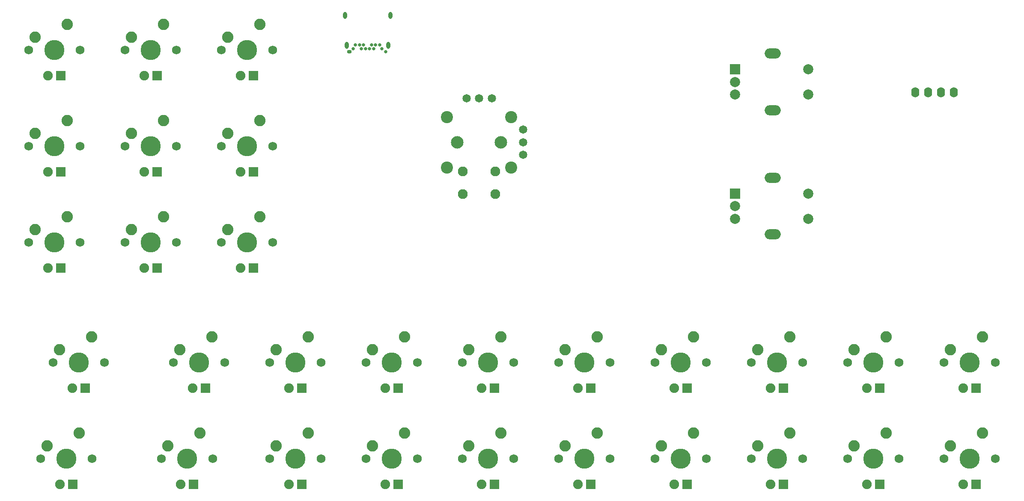
<source format=gbr>
%TF.GenerationSoftware,KiCad,Pcbnew,(6.0.5)*%
%TF.CreationDate,2022-05-15T08:17:35-07:00*%
%TF.ProjectId,3HMouse,33484d6f-7573-4652-9e6b-696361645f70,rev?*%
%TF.SameCoordinates,Original*%
%TF.FileFunction,Soldermask,Bot*%
%TF.FilePolarity,Negative*%
%FSLAX46Y46*%
G04 Gerber Fmt 4.6, Leading zero omitted, Abs format (unit mm)*
G04 Created by KiCad (PCBNEW (6.0.5)) date 2022-05-15 08:17:35*
%MOMM*%
%LPD*%
G01*
G04 APERTURE LIST*
%ADD10O,1.600000X2.000000*%
%ADD11C,0.650000*%
%ADD12O,0.950000X0.650000*%
%ADD13O,0.800000X1.400000*%
%ADD14C,2.250000*%
%ADD15C,3.987800*%
%ADD16C,1.905000*%
%ADD17R,1.905000X1.905000*%
%ADD18C,1.750000*%
%ADD19O,3.200000X2.000000*%
%ADD20R,2.000000X2.000000*%
%ADD21C,2.000000*%
%ADD22C,1.950000*%
%ADD23C,1.650000*%
%ADD24C,2.400000*%
%ADD25C,2.475000*%
G04 APERTURE END LIST*
D10*
%TO.C,Brd1*%
X219106250Y-49725000D03*
X216566250Y-49725000D03*
X211486250Y-49725000D03*
X214026250Y-49725000D03*
%TD*%
D11*
%TO.C,J1*%
X106787500Y-41666250D03*
D12*
X99587500Y-41666250D03*
D11*
X100387500Y-41016250D03*
X100787500Y-40316250D03*
X101587500Y-40316250D03*
X101987500Y-41016250D03*
X102387500Y-40316250D03*
X102787500Y-41016250D03*
X103587500Y-41016250D03*
X103987500Y-40316250D03*
X104387500Y-41016250D03*
X104787500Y-40316250D03*
X105587500Y-40316250D03*
X105987500Y-41016250D03*
D13*
X98697500Y-34466250D03*
X99057500Y-40416250D03*
X107677500Y-34466250D03*
X107317500Y-40416250D03*
%TD*%
D14*
%TO.C,SW29*%
X224790000Y-117157500D03*
D15*
X222250000Y-122237500D03*
D14*
X218440000Y-119697500D03*
D16*
X220980000Y-127317500D03*
D17*
X223520000Y-127317500D03*
D18*
X217170000Y-122237500D03*
X227330000Y-122237500D03*
%TD*%
D14*
%TO.C,SW28*%
X224790000Y-98107500D03*
D15*
X222250000Y-103187500D03*
D14*
X218440000Y-100647500D03*
D16*
X220980000Y-108267500D03*
D17*
X223520000Y-108267500D03*
D18*
X217170000Y-103187500D03*
X227330000Y-103187500D03*
%TD*%
D14*
%TO.C,SW27*%
X205740000Y-117157500D03*
D15*
X203200000Y-122237500D03*
D14*
X199390000Y-119697500D03*
D16*
X201930000Y-127317500D03*
D17*
X204470000Y-127317500D03*
D18*
X198120000Y-122237500D03*
X208280000Y-122237500D03*
%TD*%
D14*
%TO.C,SW26*%
X205740000Y-98107500D03*
D15*
X203200000Y-103187500D03*
D14*
X199390000Y-100647500D03*
D16*
X201930000Y-108267500D03*
D17*
X204470000Y-108267500D03*
D18*
X198120000Y-103187500D03*
X208280000Y-103187500D03*
%TD*%
D19*
%TO.C,SW31*%
X183356250Y-53225000D03*
X183356250Y-42025000D03*
D20*
X175856250Y-45125000D03*
D21*
X175856250Y-50125000D03*
X175856250Y-47625000D03*
X190356250Y-50125000D03*
X190356250Y-45125000D03*
%TD*%
D19*
%TO.C,SW30*%
X183356250Y-77831250D03*
X183356250Y-66631250D03*
D20*
X175856250Y-69731250D03*
D21*
X175856250Y-74731250D03*
X175856250Y-72231250D03*
X190356250Y-74731250D03*
X190356250Y-69731250D03*
%TD*%
D14*
%TO.C,SW25*%
X186690000Y-117157500D03*
D15*
X184150000Y-122237500D03*
D14*
X180340000Y-119697500D03*
D16*
X182880000Y-127317500D03*
D17*
X185420000Y-127317500D03*
D18*
X179070000Y-122237500D03*
X189230000Y-122237500D03*
%TD*%
D14*
%TO.C,SW24*%
X186690000Y-98107500D03*
D15*
X184150000Y-103187500D03*
D14*
X180340000Y-100647500D03*
D16*
X182880000Y-108267500D03*
D17*
X185420000Y-108267500D03*
D18*
X179070000Y-103187500D03*
X189230000Y-103187500D03*
%TD*%
D14*
%TO.C,SW23*%
X167640000Y-117157500D03*
D15*
X165100000Y-122237500D03*
D14*
X161290000Y-119697500D03*
D16*
X163830000Y-127317500D03*
D17*
X166370000Y-127317500D03*
D18*
X160020000Y-122237500D03*
X170180000Y-122237500D03*
%TD*%
D14*
%TO.C,SW22*%
X167640000Y-98107500D03*
D15*
X165100000Y-103187500D03*
D14*
X161290000Y-100647500D03*
D16*
X163830000Y-108267500D03*
D17*
X166370000Y-108267500D03*
D18*
X160020000Y-103187500D03*
X170180000Y-103187500D03*
%TD*%
%TO.C,SW21*%
X151130000Y-122237500D03*
X140970000Y-122237500D03*
D17*
X147320000Y-127317500D03*
D16*
X144780000Y-127317500D03*
D14*
X142240000Y-119697500D03*
D15*
X146050000Y-122237500D03*
D14*
X148590000Y-117157500D03*
%TD*%
%TO.C,SW20*%
X148590000Y-98107500D03*
D15*
X146050000Y-103187500D03*
D14*
X142240000Y-100647500D03*
D16*
X144780000Y-108267500D03*
D17*
X147320000Y-108267500D03*
D18*
X140970000Y-103187500D03*
X151130000Y-103187500D03*
%TD*%
D14*
%TO.C,SW19*%
X129540000Y-117157500D03*
D15*
X127000000Y-122237500D03*
D14*
X123190000Y-119697500D03*
D16*
X125730000Y-127317500D03*
D17*
X128270000Y-127317500D03*
D18*
X121920000Y-122237500D03*
X132080000Y-122237500D03*
%TD*%
D14*
%TO.C,SW18*%
X129540000Y-98107500D03*
D15*
X127000000Y-103187500D03*
D14*
X123190000Y-100647500D03*
D16*
X125730000Y-108267500D03*
D17*
X128270000Y-108267500D03*
D18*
X121920000Y-103187500D03*
X132080000Y-103187500D03*
%TD*%
D14*
%TO.C,SW17*%
X110490000Y-117157500D03*
D15*
X107950000Y-122237500D03*
D14*
X104140000Y-119697500D03*
D16*
X106680000Y-127317500D03*
D17*
X109220000Y-127317500D03*
D18*
X102870000Y-122237500D03*
X113030000Y-122237500D03*
%TD*%
D14*
%TO.C,SW16*%
X110490000Y-98107500D03*
D15*
X107950000Y-103187500D03*
D14*
X104140000Y-100647500D03*
D16*
X106680000Y-108267500D03*
D17*
X109220000Y-108267500D03*
D18*
X102870000Y-103187500D03*
X113030000Y-103187500D03*
%TD*%
D14*
%TO.C,SW15*%
X91440000Y-117157500D03*
D15*
X88900000Y-122237500D03*
D14*
X85090000Y-119697500D03*
D16*
X87630000Y-127317500D03*
D17*
X90170000Y-127317500D03*
D18*
X83820000Y-122237500D03*
X93980000Y-122237500D03*
%TD*%
D14*
%TO.C,SW14*%
X91440000Y-98107500D03*
D15*
X88900000Y-103187500D03*
D14*
X85090000Y-100647500D03*
D16*
X87630000Y-108267500D03*
D17*
X90170000Y-108267500D03*
D18*
X83820000Y-103187500D03*
X93980000Y-103187500D03*
%TD*%
D14*
%TO.C,SW13*%
X81915000Y-74295000D03*
D15*
X79375000Y-79375000D03*
D14*
X75565000Y-76835000D03*
D16*
X78105000Y-84455000D03*
D17*
X80645000Y-84455000D03*
D18*
X74295000Y-79375000D03*
X84455000Y-79375000D03*
%TD*%
D14*
%TO.C,SW12*%
X81915000Y-55245000D03*
D15*
X79375000Y-60325000D03*
D14*
X75565000Y-57785000D03*
D16*
X78105000Y-65405000D03*
D17*
X80645000Y-65405000D03*
D18*
X74295000Y-60325000D03*
X84455000Y-60325000D03*
%TD*%
D14*
%TO.C,SW11*%
X81915000Y-36195000D03*
D15*
X79375000Y-41275000D03*
D14*
X75565000Y-38735000D03*
D16*
X78105000Y-46355000D03*
D17*
X80645000Y-46355000D03*
D18*
X74295000Y-41275000D03*
X84455000Y-41275000D03*
%TD*%
D14*
%TO.C,SW10*%
X70008750Y-117157500D03*
D15*
X67468750Y-122237500D03*
D14*
X63658750Y-119697500D03*
D16*
X66198750Y-127317500D03*
D17*
X68738750Y-127317500D03*
D18*
X62388750Y-122237500D03*
X72548750Y-122237500D03*
%TD*%
D14*
%TO.C,SW9*%
X72390000Y-98107500D03*
D15*
X69850000Y-103187500D03*
D14*
X66040000Y-100647500D03*
D16*
X68580000Y-108267500D03*
D17*
X71120000Y-108267500D03*
D18*
X64770000Y-103187500D03*
X74930000Y-103187500D03*
%TD*%
D14*
%TO.C,SW8*%
X62865000Y-74295000D03*
D15*
X60325000Y-79375000D03*
D14*
X56515000Y-76835000D03*
D16*
X59055000Y-84455000D03*
D17*
X61595000Y-84455000D03*
D18*
X55245000Y-79375000D03*
X65405000Y-79375000D03*
%TD*%
D14*
%TO.C,SW7*%
X62865000Y-55245000D03*
D15*
X60325000Y-60325000D03*
D14*
X56515000Y-57785000D03*
D16*
X59055000Y-65405000D03*
D17*
X61595000Y-65405000D03*
D18*
X55245000Y-60325000D03*
X65405000Y-60325000D03*
%TD*%
D14*
%TO.C,SW6*%
X62865000Y-36195000D03*
D15*
X60325000Y-41275000D03*
D14*
X56515000Y-38735000D03*
D16*
X59055000Y-46355000D03*
D17*
X61595000Y-46355000D03*
D18*
X55245000Y-41275000D03*
X65405000Y-41275000D03*
%TD*%
D14*
%TO.C,SW5*%
X46196250Y-117157500D03*
D15*
X43656250Y-122237500D03*
D14*
X39846250Y-119697500D03*
D16*
X42386250Y-127317500D03*
D17*
X44926250Y-127317500D03*
D18*
X38576250Y-122237500D03*
X48736250Y-122237500D03*
%TD*%
D14*
%TO.C,SW4*%
X48577500Y-98107500D03*
D15*
X46037500Y-103187500D03*
D14*
X42227500Y-100647500D03*
D16*
X44767500Y-108267500D03*
D17*
X47307500Y-108267500D03*
D18*
X40957500Y-103187500D03*
X51117500Y-103187500D03*
%TD*%
D14*
%TO.C,SW3*%
X43815000Y-74295000D03*
D15*
X41275000Y-79375000D03*
D14*
X37465000Y-76835000D03*
D16*
X40005000Y-84455000D03*
D17*
X42545000Y-84455000D03*
D18*
X36195000Y-79375000D03*
X46355000Y-79375000D03*
%TD*%
D14*
%TO.C,SW2*%
X43815000Y-55245000D03*
D15*
X41275000Y-60325000D03*
D14*
X37465000Y-57785000D03*
D16*
X40005000Y-65405000D03*
D17*
X42545000Y-65405000D03*
D18*
X36195000Y-60325000D03*
X46355000Y-60325000D03*
%TD*%
D14*
%TO.C,SW1*%
X43815000Y-36195000D03*
D15*
X41275000Y-41275000D03*
D14*
X37465000Y-38735000D03*
D16*
X40005000Y-46355000D03*
D17*
X42545000Y-46355000D03*
D18*
X36195000Y-41275000D03*
X46355000Y-41275000D03*
%TD*%
D22*
%TO.C,S1*%
X121997500Y-65315000D03*
D23*
X133977500Y-62065000D03*
X133977500Y-59565000D03*
X133977500Y-57065000D03*
D22*
X121997500Y-69815000D03*
D23*
X127747500Y-50835000D03*
X125247500Y-50835000D03*
X122747500Y-50835000D03*
D22*
X128497500Y-65315000D03*
X128497500Y-69815000D03*
D24*
X118922500Y-64565000D03*
X118922500Y-54565000D03*
X131572500Y-64565000D03*
X131572500Y-54565000D03*
D25*
X120947500Y-59565000D03*
X129547500Y-59565000D03*
%TD*%
M02*

</source>
